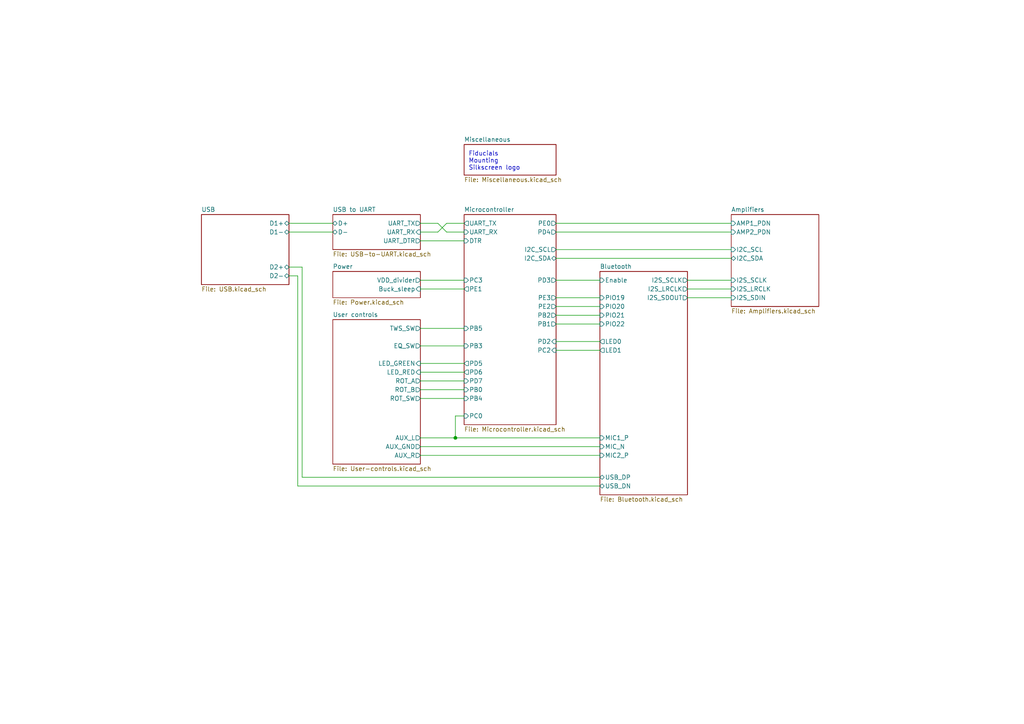
<source format=kicad_sch>
(kicad_sch (version 20211123) (generator eeschema)
  (paper "A4")
  (title_block (title "4x38W amp with DSP and BT") (date "2021-12-01") (rev "1.0") (company "ZOUDIO"))
  (lib_symbols)
  (junction (at 132.08 127))
  (wire (pts (xy 121.92 132.08) (xy 173.99 132.08)))
  (wire (pts (xy 132.08 127) (xy 173.99 127)))
  (wire (pts (xy 83.82 80.01) (xy 86.36 80.01)))
  (wire (pts (xy 134.62 81.28) (xy 121.92 81.28)))
  (wire (pts (xy 161.29 74.93) (xy 212.09 74.93)))
  (wire (pts (xy 132.08 127) (xy 121.92 127)))
  (wire (pts (xy 199.39 81.28) (xy 212.09 81.28)))
  (wire (pts (xy 121.92 83.82) (xy 134.62 83.82)))
  (wire (pts (xy 121.92 95.25) (xy 134.62 95.25)))
  (wire (pts (xy 161.29 93.98) (xy 173.99 93.98)))
  (wire (pts (xy 121.92 69.85) (xy 134.62 69.85)))
  (wire (pts (xy 134.62 100.33) (xy 121.92 100.33)))
  (wire (pts (xy 161.29 67.31) (xy 212.09 67.31)))
  (wire (pts (xy 161.29 72.39) (xy 212.09 72.39)))
  (wire (pts (xy 161.29 101.6) (xy 173.99 101.6)))
  (wire (pts (xy 121.92 113.03) (xy 134.62 113.03)))
  (wire (pts (xy 86.36 140.97) (xy 173.99 140.97)))
  (wire (pts (xy 134.62 110.49) (xy 121.92 110.49)))
  (wire (pts (xy 132.08 120.65) (xy 132.08 127)))
  (wire (pts (xy 87.63 138.43) (xy 87.63 77.47)))
  (wire (pts (xy 199.39 83.82) (xy 212.09 83.82)))
  (wire (pts (xy 134.62 67.31) (xy 129.54 67.31)))
  (wire (pts (xy 83.82 77.47) (xy 87.63 77.47)))
  (wire (pts (xy 161.29 91.44) (xy 173.99 91.44)))
  (wire (pts (xy 134.62 120.65) (xy 132.08 120.65)))
  (wire (pts (xy 173.99 138.43) (xy 87.63 138.43)))
  (wire (pts (xy 121.92 64.77) (xy 127 64.77)))
  (wire (pts (xy 121.92 115.57) (xy 134.62 115.57)))
  (wire (pts (xy 161.29 86.36) (xy 173.99 86.36)))
  (wire (pts (xy 86.36 80.01) (xy 86.36 140.97)))
  (wire (pts (xy 129.54 67.31) (xy 127 64.77)))
  (wire (pts (xy 173.99 129.54) (xy 121.92 129.54)))
  (wire (pts (xy 127 67.31) (xy 129.54 64.77)))
  (wire (pts (xy 199.39 86.36) (xy 212.09 86.36)))
  (wire (pts (xy 121.92 107.95) (xy 134.62 107.95)))
  (wire (pts (xy 129.54 64.77) (xy 134.62 64.77)))
  (wire (pts (xy 121.92 67.31) (xy 127 67.31)))
  (wire (pts (xy 161.29 99.06) (xy 173.99 99.06)))
  (wire (pts (xy 134.62 105.41) (xy 121.92 105.41)))
  (wire (pts (xy 161.29 88.9) (xy 173.99 88.9)))
  (wire (pts (xy 161.29 64.77) (xy 212.09 64.77)))
  (wire (pts (xy 83.82 67.31) (xy 96.52 67.31)))
  (wire (pts (xy 83.82 64.77) (xy 96.52 64.77)))
  (wire (pts (xy 161.29 81.28) (xy 173.99 81.28)))
  (text "Fiducials\nMounting\nSilkscreen logo" (at 135.89 49.53 0) (effects (font (size 1.27 1.27)) (justify left bottom)))
  (sheet (at 96.52 62.23) (size 25.4 10.16)
    (property "Sheet name" "USB to UART" (at 96.52 61.5184 0) (effects (justify left bottom)))
    (property "Sheet file" "USB-to-UART.kicad_sch" (at 96.52 72.9746 0) (effects (justify left top)))
    (pin "UART_TX" output (at 121.92 64.77 0))
    (pin "UART_RX" input (at 121.92 67.31 0))
    (pin "UART_DTR" output (at 121.92 69.85 0))
    (pin "D+" bidirectional (at 96.52 64.77 180))
    (pin "D-" bidirectional (at 96.52 67.31 180))
  )
  (sheet (at 134.62 41.91) (size 26.67 8.89)
    (property "Sheet name" "Miscellaneous" (at 134.62 41.1984 0) (effects (justify left bottom)))
    (property "Sheet file" "Miscellaneous.kicad_sch" (at 134.62 51.3846 0) (effects (justify left top)))
  )
  (sheet (at 212.09 62.23) (size 25.4 26.67)
    (property "Sheet name" "Amplifiers" (at 212.09 61.5184 0) (effects (justify left bottom)))
    (property "Sheet file" "Amplifiers.kicad_sch" (at 212.09 89.4846 0) (effects (justify left top)))
    (pin "I2S_LRCLK" input (at 212.09 83.82 180))
    (pin "I2S_SCLK" input (at 212.09 81.28 180))
    (pin "I2S_SDIN" input (at 212.09 86.36 180))
    (pin "I2C_SDA" bidirectional (at 212.09 74.93 180))
    (pin "I2C_SCL" input (at 212.09 72.39 180))
    (pin "AMP1_PDN" input (at 212.09 64.77 180))
    (pin "AMP2_PDN" input (at 212.09 67.31 180))
  )
  (sheet (at 96.52 78.74) (size 25.4 7.62)
    (property "Sheet name" "Power" (at 96.52 78.0284 0) (effects (justify left bottom)))
    (property "Sheet file" "Power.kicad_sch" (at 96.52 86.9446 0) (effects (justify left top)))
    (pin "VDD_divider" output (at 121.92 81.28 0))
    (pin "Buck_sleep" input (at 121.92 83.82 0))
  )
  (sheet (at 173.99 78.74) (size 25.4 64.77)
    (property "Sheet name" "Bluetooth" (at 173.99 78.0284 0) (effects (justify left bottom)))
    (property "Sheet file" "Bluetooth.kicad_sch" (at 173.99 144.0946 0) (effects (justify left top)))
    (pin "I2S_SDOUT" output (at 199.39 86.36 0))
    (pin "I2S_LRCLK" output (at 199.39 83.82 0))
    (pin "I2S_SCLK" output (at 199.39 81.28 0))
    (pin "PIO19" input (at 173.99 86.36 180))
    (pin "PIO22" input (at 173.99 93.98 180))
    (pin "PIO21" input (at 173.99 91.44 180))
    (pin "PIO20" input (at 173.99 88.9 180))
    (pin "LED1" output (at 173.99 101.6 180))
    (pin "LED0" output (at 173.99 99.06 180))
    (pin "Enable" input (at 173.99 81.28 180))
    (pin "MIC1_P" input (at 173.99 127 180))
    (pin "MIC2_P" input (at 173.99 132.08 180))
    (pin "MIC_N" input (at 173.99 129.54 180))
    (pin "USB_DN" bidirectional (at 173.99 140.97 180))
    (pin "USB_DP" bidirectional (at 173.99 138.43 180))
  )
  (sheet (at 134.62 62.23) (size 26.67 60.96)
    (property "Sheet name" "Microcontroller" (at 134.62 61.5184 0) (effects (justify left bottom)))
    (property "Sheet file" "Microcontroller.kicad_sch" (at 134.62 123.7746 0) (effects (justify left top)))
    (pin "PE3" output (at 161.29 86.36 0))
    (pin "I2C_SCL" output (at 161.29 72.39 0))
    (pin "PC3" input (at 134.62 81.28 180))
    (pin "PE1" output (at 134.62 83.82 180))
    (pin "I2C_SDA" bidirectional (at 161.29 74.93 0))
    (pin "PD2" input (at 161.29 99.06 0))
    (pin "PC0" input (at 134.62 120.65 180))
    (pin "PD4" output (at 161.29 67.31 0))
    (pin "PE0" output (at 161.29 64.77 0))
    (pin "PD6" output (at 134.62 107.95 180))
    (pin "PD5" output (at 134.62 105.41 180))
    (pin "UART_TX" output (at 134.62 64.77 180))
    (pin "UART_RX" input (at 134.62 67.31 180))
    (pin "PB0" input (at 134.62 113.03 180))
    (pin "PB1" output (at 161.29 93.98 0))
    (pin "PB2" output (at 161.29 91.44 0))
    (pin "PB3" input (at 134.62 100.33 180))
    (pin "PB4" input (at 134.62 115.57 180))
    (pin "DTR" input (at 134.62 69.85 180))
    (pin "PD7" input (at 134.62 110.49 180))
    (pin "PB5" input (at 134.62 95.25 180))
    (pin "PE2" output (at 161.29 88.9 0))
    (pin "PD3" output (at 161.29 81.28 0))
    (pin "PC2" input (at 161.29 101.6 0))
  )
  (sheet (at 96.52 92.71) (size 25.4 41.91)
    (property "Sheet name" "User controls" (at 96.52 91.9984 0) (effects (justify left bottom)))
    (property "Sheet file" "User-controls.kicad_sch" (at 96.52 135.2046 0) (effects (justify left top)))
    (pin "AUX_L" output (at 121.92 127 0))
    (pin "AUX_GND" output (at 121.92 129.54 0))
    (pin "AUX_R" output (at 121.92 132.08 0))
    (pin "ROT_SW" output (at 121.92 115.57 0))
    (pin "ROT_B" output (at 121.92 113.03 0))
    (pin "ROT_A" output (at 121.92 110.49 0))
    (pin "LED_RED" input (at 121.92 107.95 0))
    (pin "LED_GREEN" input (at 121.92 105.41 0))
    (pin "EQ_SW" output (at 121.92 100.33 0))
    (pin "TWS_SW" output (at 121.92 95.25 0))
  )
  (sheet (at 58.42 62.23) (size 25.4 20.32)
    (property "Sheet name" "USB" (at 58.42 61.5184 0) (effects (justify left bottom)))
    (property "Sheet file" "USB.kicad_sch" (at 58.42 83.1346 0) (effects (justify left top)))
    (pin "D1+" bidirectional (at 83.82 64.77 0))
    (pin "D1-" bidirectional (at 83.82 67.31 0))
    (pin "D2+" bidirectional (at 83.82 77.47 0))
    (pin "D2-" bidirectional (at 83.82 80.01 0))
  )
)
</source>
